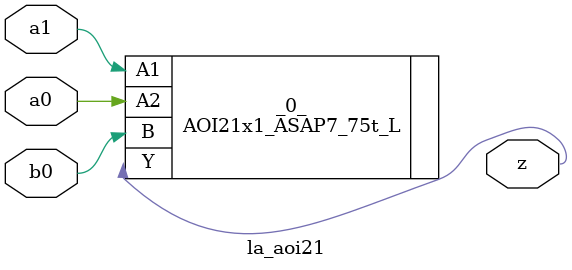
<source format=v>

/* Generated by Yosys 0.44 (git sha1 80ba43d26, g++ 11.4.0-1ubuntu1~22.04 -fPIC -O3) */

(* top =  1  *)
(* src = "inputs/la_aoi21.v:10.1-21.10" *)
module la_aoi21 (
    a0,
    a1,
    b0,
    z
);
  (* src = "inputs/la_aoi21.v:13.12-13.14" *)
  input a0;
  wire a0;
  (* src = "inputs/la_aoi21.v:14.12-14.14" *)
  input a1;
  wire a1;
  (* src = "inputs/la_aoi21.v:15.12-15.14" *)
  input b0;
  wire b0;
  (* src = "inputs/la_aoi21.v:16.12-16.13" *)
  output z;
  wire z;
  AOI21x1_ASAP7_75t_L _0_ (
      .A1(a1),
      .A2(a0),
      .B (b0),
      .Y (z)
  );
endmodule

</source>
